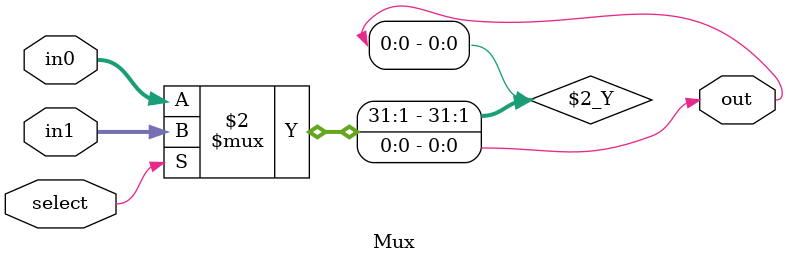
<source format=sv>
module Mux #(
    parameter XLEN = 32
) (
    select, in0, in1, out
);
    input select;
    input [XLEN - 1:0] in0, in1;
    output out;
    assign out = select == 0 ? in0 : in1;
    
endmodule
</source>
